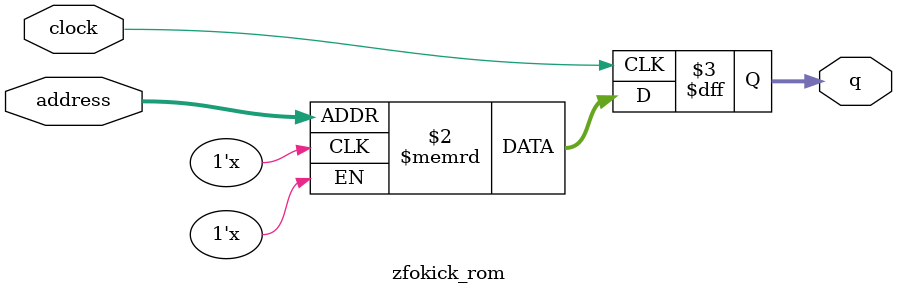
<source format=sv>
module zfokick_rom (
	input logic clock,
	input logic [11:0] address,
	output logic [3:0] q
);

logic [3:0] memory [0:4095] /* synthesis ram_init_file = "./zfokick/zfokick.mif" */;

always_ff @ (posedge clock) begin
	q <= memory[address];
end

endmodule

</source>
